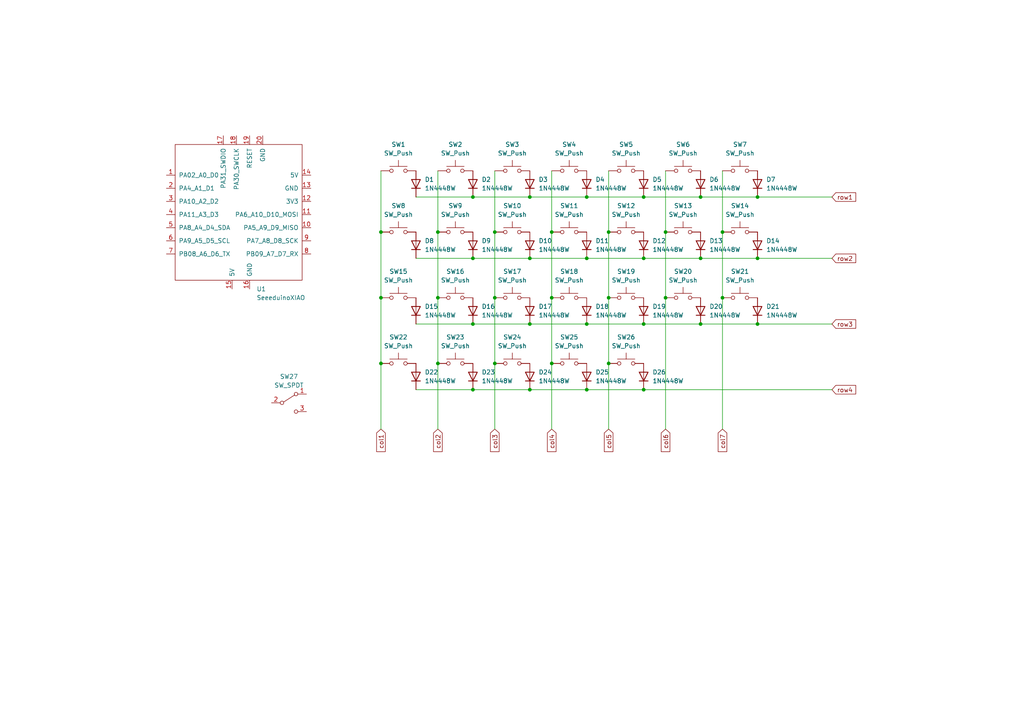
<source format=kicad_sch>
(kicad_sch (version 20211123) (generator eeschema)
  (paper "A4")
  (lib_symbols
    (symbol "Diode:1N4448W" (pin_numbers hide) (pin_names (offset 1.016) hide)
      (property "Reference" "D" (at 0 2.54 0))
      (property "Value" "1N4448W" (at 0 -2.54 0))
      (symbol "1N4448W_0_1"
        (polyline (pts (xy -1.27 1.27) (xy -1.27 -1.27)) (stroke (width 0.254)))
        (polyline (pts (xy 1.27 0) (xy -1.27 0)))
        (polyline (pts (xy 1.27 1.27) (xy 1.27 -1.27) (xy -1.27 0) (xy 1.27 1.27)) (stroke (width 0.254)))
      )
      (symbol "1N4448W_1_1"
        (pin passive line (at -3.81 0 0) (length 2.54) (name "K") (number "1"))
        (pin passive line (at 3.81 0 180) (length 2.54) (name "A") (number "2"))
      )
    )
    (symbol "Seeeduino XIAO:SeeeduinoXIAO" (pin_names (offset 1.016))
      (property "Reference" "U" (at -19.05 22.86 0))
      (property "Value" "SeeeduinoXIAO" (at -12.7 21.59 0))
      (symbol "SeeeduinoXIAO_0_1"
        (rectangle (start -19.05 20.32) (end 17.78 -19.05))
      )
      (symbol "SeeeduinoXIAO_1_1"
        (pin unspecified line (at -21.59 11.43 0) (length 2.54) (name "PA02_A0_D0") (number "1"))
        (pin unspecified line (at 20.32 -3.81 180) (length 2.54) (name "PA5_A9_D9_MISO") (number "10"))
        (pin unspecified line (at 20.32 0 180) (length 2.54) (name "PA6_A10_D10_MOSI") (number "11"))
        (pin unspecified line (at 20.32 3.81 180) (length 2.54) (name "3V3") (number "12"))
        (pin unspecified line (at 20.32 7.62 180) (length 2.54) (name "GND") (number "13"))
        (pin unspecified line (at 20.32 11.43 180) (length 2.54) (name "5V") (number "14"))
        (pin input line (at -2.54 -21.59 90) (length 2.54) (name "5V") (number "15"))
        (pin input line (at 2.54 -21.59 90) (length 2.54) (name "GND") (number "16"))
        (pin input line (at -5.08 22.86 270) (length 2.54) (name "PA31_SWDIO") (number "17"))
        (pin input line (at -1.27 22.86 270) (length 2.54) (name "PA30_SWCLK") (number "18"))
        (pin input line (at 2.54 22.86 270) (length 2.54) (name "RESET") (number "19"))
        (pin unspecified line (at -21.59 7.62 0) (length 2.54) (name "PA4_A1_D1") (number "2"))
        (pin input line (at 6.35 22.86 270) (length 2.54) (name "GND") (number "20"))
        (pin unspecified line (at -21.59 3.81 0) (length 2.54) (name "PA10_A2_D2") (number "3"))
        (pin unspecified line (at -21.59 0 0) (length 2.54) (name "PA11_A3_D3") (number "4"))
        (pin unspecified line (at -21.59 -3.81 0) (length 2.54) (name "PA8_A4_D4_SDA") (number "5"))
        (pin unspecified line (at -21.59 -7.62 0) (length 2.54) (name "PA9_A5_D5_SCL") (number "6"))
        (pin unspecified line (at -21.59 -11.43 0) (length 2.54) (name "PB08_A6_D6_TX") (number "7"))
        (pin unspecified line (at 20.32 -11.43 180) (length 2.54) (name "PB09_A7_D7_RX") (number "8"))
        (pin unspecified line (at 20.32 -7.62 180) (length 2.54) (name "PA7_A8_D8_SCK") (number "9"))
      )
    )
    (symbol "Switch:SW_Push" (pin_numbers hide) (pin_names (offset 1.016) hide)
      (property "Reference" "SW" (at 1.27 2.54 0))
      (property "Value" "SW_Push" (at 0 -1.524 0))
      (symbol "SW_Push_0_1"
        (circle (center -2.032 0) (radius 0.508))
        (polyline (pts (xy 0 1.27) (xy 0 3.048)))
        (polyline (pts (xy 2.54 1.27) (xy -2.54 1.27)))
        (circle (center 2.032 0) (radius 0.508))
        (pin passive line (at -5.08 0 0) (length 2.54) (name "1") (number "1"))
        (pin passive line (at 5.08 0 180) (length 2.54) (name "2") (number "2"))
      )
    )
    (symbol "Switch:SW_SPDT" (pin_names (offset 0) hide)
      (property "Reference" "SW" (at 0 4.318 0))
      (property "Value" "SW_SPDT" (at 0 -5.08 0))
      (symbol "SW_SPDT_0_0"
        (circle (center -2.032 0) (radius 0.508))
        (circle (center 2.032 -2.54) (radius 0.508))
      )
      (symbol "SW_SPDT_0_1"
        (polyline (pts (xy -1.524 0.254) (xy 1.651 2.286)))
        (circle (center 2.032 2.54) (radius 0.508))
      )
      (symbol "SW_SPDT_1_1"
        (pin passive line (at 5.08 2.54 180) (length 2.54) (name "A") (number "1"))
        (pin passive line (at -5.08 0 0) (length 2.54) (name "B") (number "2"))
        (pin passive line (at 5.08 -2.54 180) (length 2.54) (name "C") (number "3"))
      )
    )
  )
  (junction (at 110.49 67.31))
  (junction (at 143.51 67.31))
  (junction (at 209.55 67.31))
  (junction (at 176.53 86.36))
  (junction (at 186.69 74.93))
  (junction (at 209.55 86.36))
  (junction (at 110.49 86.36))
  (junction (at 219.71 93.98))
  (junction (at 203.2 57.15))
  (junction (at 160.02 67.31))
  (junction (at 160.02 105.41))
  (junction (at 176.53 105.41))
  (junction (at 193.04 86.36))
  (junction (at 186.69 93.98))
  (junction (at 186.69 113.03))
  (junction (at 170.18 93.98))
  (junction (at 137.16 74.93))
  (junction (at 153.67 57.15))
  (junction (at 203.2 93.98))
  (junction (at 160.02 86.36))
  (junction (at 137.16 113.03))
  (junction (at 176.53 67.31))
  (junction (at 203.2 74.93))
  (junction (at 170.18 113.03))
  (junction (at 170.18 74.93))
  (junction (at 153.67 113.03))
  (junction (at 143.51 86.36))
  (junction (at 153.67 74.93))
  (junction (at 143.51 105.41))
  (junction (at 219.71 57.15))
  (junction (at 127 105.41))
  (junction (at 193.04 67.31))
  (junction (at 170.18 57.15))
  (junction (at 137.16 57.15))
  (junction (at 219.71 74.93))
  (junction (at 153.67 93.98))
  (junction (at 186.69 57.15))
  (junction (at 127 67.31))
  (junction (at 127 86.36))
  (junction (at 137.16 93.98))
  (junction (at 110.49 105.41))
  (wire (pts (xy 153.67 113.03) (xy 170.18 113.03)))
  (wire (pts (xy 127 86.36) (xy 127 105.41)))
  (wire (pts (xy 110.49 67.31) (xy 110.49 86.36)))
  (wire (pts (xy 209.55 49.53) (xy 209.55 67.31)))
  (wire (pts (xy 127 49.53) (xy 127 67.31)))
  (wire (pts (xy 186.69 74.93) (xy 203.2 74.93)))
  (wire (pts (xy 170.18 113.03) (xy 186.69 113.03)))
  (wire (pts (xy 219.71 74.93) (xy 241.3 74.93)))
  (wire (pts (xy 120.65 93.98) (xy 137.16 93.98)))
  (wire (pts (xy 137.16 57.15) (xy 153.67 57.15)))
  (wire (pts (xy 120.65 57.15) (xy 137.16 57.15)))
  (wire (pts (xy 186.69 93.98) (xy 203.2 93.98)))
  (wire (pts (xy 137.16 74.93) (xy 153.67 74.93)))
  (wire (pts (xy 193.04 49.53) (xy 193.04 67.31)))
  (wire (pts (xy 160.02 67.31) (xy 160.02 86.36)))
  (wire (pts (xy 203.2 57.15) (xy 219.71 57.15)))
  (wire (pts (xy 176.53 49.53) (xy 176.53 67.31)))
  (wire (pts (xy 176.53 67.31) (xy 176.53 86.36)))
  (wire (pts (xy 209.55 86.36) (xy 209.55 124.46)))
  (wire (pts (xy 143.51 49.53) (xy 143.51 67.31)))
  (wire (pts (xy 160.02 49.53) (xy 160.02 67.31)))
  (wire (pts (xy 186.69 113.03) (xy 241.3 113.03)))
  (wire (pts (xy 137.16 113.03) (xy 153.67 113.03)))
  (wire (pts (xy 170.18 57.15) (xy 186.69 57.15)))
  (wire (pts (xy 110.49 49.53) (xy 110.49 67.31)))
  (wire (pts (xy 143.51 86.36) (xy 143.51 105.41)))
  (wire (pts (xy 219.71 57.15) (xy 241.3 57.15)))
  (wire (pts (xy 219.71 93.98) (xy 241.3 93.98)))
  (wire (pts (xy 193.04 67.31) (xy 193.04 86.36)))
  (wire (pts (xy 110.49 86.36) (xy 110.49 105.41)))
  (wire (pts (xy 127 67.31) (xy 127 86.36)))
  (wire (pts (xy 143.51 67.31) (xy 143.51 86.36)))
  (wire (pts (xy 143.51 105.41) (xy 143.51 124.46)))
  (wire (pts (xy 153.67 74.93) (xy 170.18 74.93)))
  (wire (pts (xy 170.18 93.98) (xy 186.69 93.98)))
  (wire (pts (xy 160.02 105.41) (xy 160.02 124.46)))
  (wire (pts (xy 176.53 105.41) (xy 176.53 124.46)))
  (wire (pts (xy 137.16 93.98) (xy 153.67 93.98)))
  (wire (pts (xy 209.55 67.31) (xy 209.55 86.36)))
  (wire (pts (xy 203.2 93.98) (xy 219.71 93.98)))
  (wire (pts (xy 120.65 74.93) (xy 137.16 74.93)))
  (wire (pts (xy 160.02 86.36) (xy 160.02 105.41)))
  (wire (pts (xy 203.2 74.93) (xy 219.71 74.93)))
  (wire (pts (xy 110.49 105.41) (xy 110.49 124.46)))
  (wire (pts (xy 153.67 57.15) (xy 170.18 57.15)))
  (wire (pts (xy 153.67 93.98) (xy 170.18 93.98)))
  (wire (pts (xy 176.53 86.36) (xy 176.53 105.41)))
  (wire (pts (xy 186.69 57.15) (xy 203.2 57.15)))
  (wire (pts (xy 127 105.41) (xy 127 124.46)))
  (wire (pts (xy 120.65 113.03) (xy 137.16 113.03)))
  (wire (pts (xy 193.04 86.36) (xy 193.04 124.46)))
  (wire (pts (xy 170.18 74.93) (xy 186.69 74.93)))
  (global_label "row3" (shape input) (at 241.3 93.98 0) (property "Intersheet References" "${INTERSHEET_REFS}" (effects hide)))
  (global_label "col3" (shape input) (at 143.51 124.46 270) (property "Intersheet References" "${INTERSHEET_REFS}" (effects hide)))
  (global_label "col7" (shape input) (at 209.55 124.46 270) (property "Intersheet References" "${INTERSHEET_REFS}" (effects hide)))
  (global_label "col1" (shape input) (at 110.49 124.46 270) (property "Intersheet References" "${INTERSHEET_REFS}" (effects hide)))
  (global_label "row2" (shape input) (at 241.3 74.93 0) (property "Intersheet References" "${INTERSHEET_REFS}" (effects hide)))
  (global_label "col2" (shape input) (at 127 124.46 270) (property "Intersheet References" "${INTERSHEET_REFS}" (effects hide)))
  (global_label "col4" (shape input) (at 160.02 124.46 270) (property "Intersheet References" "${INTERSHEET_REFS}" (effects hide)))
  (global_label "col6" (shape input) (at 193.04 124.46 270) (property "Intersheet References" "${INTERSHEET_REFS}" (effects hide)))
  (global_label "row1" (shape input) (at 241.3 57.15 0) (property "Intersheet References" "${INTERSHEET_REFS}" (effects hide)))
  (global_label "col5" (shape input) (at 176.53 124.46 270) (property "Intersheet References" "${INTERSHEET_REFS}" (effects hide)))
  (global_label "row4" (shape input) (at 241.3 113.03 0) (property "Intersheet References" "${INTERSHEET_REFS}" (effects hide)))
  (symbol (lib_id "Switch:SW_Push") (at 148.59 49.53 0) (unit 1)
    (property "Reference" "SW3" (at 148.59 41.91 0))
    (property "Value" "SW_Push" (at 148.59 44.45 0))
    (property "Footprint" "Button_Switch_THT:SW_PUSH_6mm_H4.3mm" (effects hide))
  )
  (symbol (lib_id "Diode:1N4448W") (at 120.65 71.12 90) (unit 1)
    (property "Reference" "D8" (at 123.19 69.8499 90) (effects (justify right)))
    (property "Value" "1N4448W" (at 123.19 72.3899 90) (effects (justify right)))
    (property "Footprint" "Diode_SMD:D_SOD-123" (effects hide))
    (property "Datasheet" "https://www.vishay.com/docs/85722/1n4448w.pdf" (effects hide))
  )
  (symbol (lib_id "Diode:1N4448W") (at 137.16 53.34 90) (unit 1)
    (property "Reference" "D2" (at 139.7 52.0699 90) (effects (justify right)))
    (property "Value" "1N4448W" (at 139.7 54.6099 90) (effects (justify right)))
    (property "Footprint" "Diode_SMD:D_SOD-123" (effects hide))
    (property "Datasheet" "https://www.vishay.com/docs/85722/1n4448w.pdf" (effects hide))
  )
  (symbol (lib_id "Diode:1N4448W") (at 137.16 109.22 90) (unit 1)
    (property "Reference" "D23" (at 139.7 107.9499 90) (effects (justify right)))
    (property "Value" "1N4448W" (at 139.7 110.4899 90) (effects (justify right)))
    (property "Footprint" "Diode_SMD:D_SOD-123" (effects hide))
    (property "Datasheet" "https://www.vishay.com/docs/85722/1n4448w.pdf" (effects hide))
  )
  (symbol (lib_id "Diode:1N4448W") (at 203.2 71.12 90) (unit 1)
    (property "Reference" "D13" (at 205.74 69.8499 90) (effects (justify right)))
    (property "Value" "1N4448W" (at 205.74 72.3899 90) (effects (justify right)))
    (property "Footprint" "Diode_SMD:D_SOD-123" (effects hide))
    (property "Datasheet" "https://www.vishay.com/docs/85722/1n4448w.pdf" (effects hide))
  )
  (symbol (lib_id "Switch:SW_Push") (at 148.59 105.41 0) (unit 1)
    (property "Reference" "SW24" (at 148.59 97.79 0))
    (property "Value" "SW_Push" (at 148.59 100.33 0))
    (property "Footprint" "BOB_Pretty_Master_MOFO_UWU:Kailh_socket_PG1350_optional" (effects hide))
  )
  (symbol (lib_id "Diode:1N4448W") (at 153.67 109.22 90) (unit 1)
    (property "Reference" "D24" (at 156.21 107.9499 90) (effects (justify right)))
    (property "Value" "1N4448W" (at 156.21 110.4899 90) (effects (justify right)))
    (property "Footprint" "Diode_SMD:D_SOD-123" (effects hide))
    (property "Datasheet" "https://www.vishay.com/docs/85722/1n4448w.pdf" (effects hide))
  )
  (symbol (lib_id "Diode:1N4448W") (at 186.69 71.12 90) (unit 1)
    (property "Reference" "D12" (at 189.23 69.8499 90) (effects (justify right)))
    (property "Value" "1N4448W" (at 189.23 72.3899 90) (effects (justify right)))
    (property "Footprint" "Diode_SMD:D_SOD-123" (effects hide))
    (property "Datasheet" "https://www.vishay.com/docs/85722/1n4448w.pdf" (effects hide))
  )
  (symbol (lib_id "Switch:SW_Push") (at 165.1 86.36 0) (unit 1)
    (property "Reference" "SW18" (at 165.1 78.74 0))
    (property "Value" "SW_Push" (at 165.1 81.28 0))
    (property "Footprint" "BOB_Pretty_Master_MOFO_UWU:Kailh_socket_PG1350_optional" (effects hide))
  )
  (symbol (lib_id "Switch:SW_Push") (at 198.12 67.31 0) (unit 1)
    (property "Reference" "SW13" (at 198.12 59.69 0))
    (property "Value" "SW_Push" (at 198.12 62.23 0))
    (property "Footprint" "BOB_Pretty_Master_MOFO_UWU:Kailh_socket_PG1350_optional" (effects hide))
  )
  (symbol (lib_id "Diode:1N4448W") (at 137.16 71.12 90) (unit 1)
    (property "Reference" "D9" (at 139.7 69.8499 90) (effects (justify right)))
    (property "Value" "1N4448W" (at 139.7 72.3899 90) (effects (justify right)))
    (property "Footprint" "Diode_SMD:D_SOD-123" (effects hide))
    (property "Datasheet" "https://www.vishay.com/docs/85722/1n4448w.pdf" (effects hide))
  )
  (symbol (lib_id "Diode:1N4448W") (at 137.16 90.17 90) (unit 1)
    (property "Reference" "D16" (at 139.7 88.8999 90) (effects (justify right)))
    (property "Value" "1N4448W" (at 139.7 91.4399 90) (effects (justify right)))
    (property "Footprint" "Diode_SMD:D_SOD-123" (effects hide))
    (property "Datasheet" "https://www.vishay.com/docs/85722/1n4448w.pdf" (effects hide))
  )
  (symbol (lib_id "Diode:1N4448W") (at 120.65 109.22 90) (unit 1)
    (property "Reference" "D22" (at 123.19 107.9499 90) (effects (justify right)))
    (property "Value" "1N4448W" (at 123.19 110.4899 90) (effects (justify right)))
    (property "Footprint" "Diode_SMD:D_SOD-123" (effects hide))
    (property "Datasheet" "https://www.vishay.com/docs/85722/1n4448w.pdf" (effects hide))
  )
  (symbol (lib_id "Diode:1N4448W") (at 186.69 90.17 90) (unit 1)
    (property "Reference" "D19" (at 189.23 88.8999 90) (effects (justify right)))
    (property "Value" "1N4448W" (at 189.23 91.4399 90) (effects (justify right)))
    (property "Footprint" "Diode_SMD:D_SOD-123" (effects hide))
    (property "Datasheet" "https://www.vishay.com/docs/85722/1n4448w.pdf" (effects hide))
  )
  (symbol (lib_id "Diode:1N4448W") (at 219.71 53.34 90) (unit 1)
    (property "Reference" "D7" (at 222.25 52.0699 90) (effects (justify right)))
    (property "Value" "1N4448W" (at 222.25 54.6099 90) (effects (justify right)))
    (property "Footprint" "Diode_SMD:D_SOD-123" (effects hide))
    (property "Datasheet" "https://www.vishay.com/docs/85722/1n4448w.pdf" (effects hide))
  )
  (symbol (lib_id "Diode:1N4448W") (at 186.69 53.34 90) (unit 1)
    (property "Reference" "D5" (at 189.23 52.0699 90) (effects (justify right)))
    (property "Value" "1N4448W" (at 189.23 54.6099 90) (effects (justify right)))
    (property "Footprint" "Diode_SMD:D_SOD-123" (effects hide))
    (property "Datasheet" "https://www.vishay.com/docs/85722/1n4448w.pdf" (effects hide))
  )
  (symbol (lib_id "Switch:SW_Push") (at 214.63 86.36 0) (unit 1)
    (property "Reference" "SW21" (at 214.63 78.74 0))
    (property "Value" "SW_Push" (at 214.63 81.28 0))
    (property "Footprint" "BOB_Pretty_Master_MOFO_UWU:Kailh_socket_PG1350_optional" (effects hide))
  )
  (symbol (lib_id "Diode:1N4448W") (at 203.2 90.17 90) (unit 1)
    (property "Reference" "D20" (at 205.74 88.8999 90) (effects (justify right)))
    (property "Value" "1N4448W" (at 205.74 91.4399 90) (effects (justify right)))
    (property "Footprint" "Diode_SMD:D_SOD-123" (effects hide))
    (property "Datasheet" "https://www.vishay.com/docs/85722/1n4448w.pdf" (effects hide))
  )
  (symbol (lib_id "Switch:SW_Push") (at 115.57 86.36 0) (unit 1)
    (property "Reference" "SW15" (at 115.57 78.74 0))
    (property "Value" "SW_Push" (at 115.57 81.28 0))
    (property "Footprint" "BOB_Pretty_Master_MOFO_UWU:Kailh_socket_PG1350_optional" (effects hide))
  )
  (symbol (lib_id "Switch:SW_SPDT") (at 83.82 116.84 0) (unit 1)
    (property "Reference" "SW27" (at 83.82 109.22 0))
    (property "Value" "SW_SPDT" (at 83.82 111.76 0))
    (property "Footprint" "Button_Switch_SMD:SW_SPDT_PCM12" (effects hide))
  )
  (symbol (lib_id "Diode:1N4448W") (at 170.18 71.12 90) (unit 1)
    (property "Reference" "D11" (at 172.72 69.8499 90) (effects (justify right)))
    (property "Value" "1N4448W" (at 172.72 72.3899 90) (effects (justify right)))
    (property "Footprint" "Diode_SMD:D_SOD-123" (effects hide))
    (property "Datasheet" "https://www.vishay.com/docs/85722/1n4448w.pdf" (effects hide))
  )
  (symbol (lib_id "Switch:SW_Push") (at 214.63 49.53 0) (unit 1)
    (property "Reference" "SW7" (at 214.63 41.91 0))
    (property "Value" "SW_Push" (at 214.63 44.45 0))
    (property "Footprint" "BOB_Pretty_Master_MOFO_UWU:Kailh_socket_PG1350_optional" (effects hide))
  )
  (symbol (lib_id "Switch:SW_Push") (at 132.08 67.31 0) (unit 1)
    (property "Reference" "SW9" (at 132.08 59.69 0))
    (property "Value" "SW_Push" (at 132.08 62.23 0))
    (property "Footprint" "BOB_Pretty_Master_MOFO_UWU:Kailh_socket_PG1350_optional" (effects hide))
  )
  (symbol (lib_id "Diode:1N4448W") (at 153.67 71.12 90) (unit 1)
    (property "Reference" "D10" (at 156.21 69.8499 90) (effects (justify right)))
    (property "Value" "1N4448W" (at 156.21 72.3899 90) (effects (justify right)))
    (property "Footprint" "Diode_SMD:D_SOD-123" (effects hide))
    (property "Datasheet" "https://www.vishay.com/docs/85722/1n4448w.pdf" (effects hide))
  )
  (symbol (lib_id "Switch:SW_Push") (at 148.59 67.31 0) (unit 1)
    (property "Reference" "SW10" (at 148.59 59.69 0))
    (property "Value" "SW_Push" (at 148.59 62.23 0))
    (property "Footprint" "BOB_Pretty_Master_MOFO_UWU:Kailh_socket_PG1350_optional" (effects hide))
  )
  (symbol (lib_id "Diode:1N4448W") (at 120.65 53.34 90) (unit 1)
    (property "Reference" "D1" (at 123.19 52.0699 90) (effects (justify right)))
    (property "Value" "1N4448W" (at 123.19 54.6099 90) (effects (justify right)))
    (property "Footprint" "Diode_SMD:D_SOD-123" (effects hide))
    (property "Datasheet" "https://www.vishay.com/docs/85722/1n4448w.pdf" (effects hide))
  )
  (symbol (lib_id "Switch:SW_Push") (at 132.08 49.53 0) (unit 1)
    (property "Reference" "SW2" (at 132.08 41.91 0))
    (property "Value" "SW_Push" (at 132.08 44.45 0))
    (property "Footprint" "Button_Switch_THT:SW_PUSH_6mm_H4.3mm" (effects hide))
  )
  (symbol (lib_id "Diode:1N4448W") (at 120.65 90.17 90) (unit 1)
    (property "Reference" "D15" (at 123.19 88.8999 90) (effects (justify right)))
    (property "Value" "1N4448W" (at 123.19 91.4399 90) (effects (justify right)))
    (property "Footprint" "Diode_SMD:D_SOD-123" (effects hide))
    (property "Datasheet" "https://www.vishay.com/docs/85722/1n4448w.pdf" (effects hide))
  )
  (symbol (lib_id "Switch:SW_Push") (at 132.08 105.41 0) (unit 1)
    (property "Reference" "SW23" (at 132.08 97.79 0))
    (property "Value" "SW_Push" (at 132.08 100.33 0))
    (property "Footprint" "BOB_Pretty_Master_MOFO_UWU:Kailh_socket_PG1350_optional" (effects hide))
  )
  (symbol (lib_id "Diode:1N4448W") (at 219.71 90.17 90) (unit 1)
    (property "Reference" "D21" (at 222.25 88.8999 90) (effects (justify right)))
    (property "Value" "1N4448W" (at 222.25 91.4399 90) (effects (justify right)))
    (property "Footprint" "Diode_SMD:D_SOD-123" (effects hide))
    (property "Datasheet" "https://www.vishay.com/docs/85722/1n4448w.pdf" (effects hide))
  )
  (symbol (lib_id "Switch:SW_Push") (at 165.1 105.41 0) (unit 1)
    (property "Reference" "SW25" (at 165.1 97.79 0))
    (property "Value" "SW_Push" (at 165.1 100.33 0))
    (property "Footprint" "BOB_Pretty_Master_MOFO_UWU:Kailh_socket_PG1350_optional" (effects hide))
  )
  (symbol (lib_id "Switch:SW_Push") (at 115.57 105.41 0) (unit 1)
    (property "Reference" "SW22" (at 115.57 97.79 0))
    (property "Value" "SW_Push" (at 115.57 100.33 0))
    (property "Footprint" "BOB_Pretty_Master_MOFO_UWU:Kailh_socket_PG1350_optional" (effects hide))
  )
  (symbol (lib_id "Switch:SW_Push") (at 148.59 86.36 0) (unit 1)
    (property "Reference" "SW17" (at 148.59 78.74 0))
    (property "Value" "SW_Push" (at 148.59 81.28 0))
    (property "Footprint" "BOB_Pretty_Master_MOFO_UWU:Kailh_socket_PG1350_optional" (effects hide))
  )
  (symbol (lib_id "Diode:1N4448W") (at 203.2 53.34 90) (unit 1)
    (property "Reference" "D6" (at 205.74 52.0699 90) (effects (justify right)))
    (property "Value" "1N4448W" (at 205.74 54.6099 90) (effects (justify right)))
    (property "Footprint" "Diode_SMD:D_SOD-123" (effects hide))
    (property "Datasheet" "https://www.vishay.com/docs/85722/1n4448w.pdf" (effects hide))
  )
  (symbol (lib_id "Switch:SW_Push") (at 181.61 49.53 0) (unit 1)
    (property "Reference" "SW5" (at 181.61 41.91 0))
    (property "Value" "SW_Push" (at 181.61 44.45 0))
    (property "Footprint" "Button_Switch_THT:SW_PUSH_6mm_H4.3mm" (effects hide))
  )
  (symbol (lib_id "Seeeduino XIAO:SeeeduinoXIAO") (at 69.85 62.23 0) (unit 1)
    (property "Reference" "U1" (at 74.4094 83.82 0) (effects (justify left)))
    (property "Value" "SeeeduinoXIAO" (at 74.4094 86.36 0) (effects (justify left)))
    (property "Footprint" "Seeeduino XIAO KICAD:Seeeduino XIAO-MOUDLE14P-2.54-21X17.8MM" (effects hide))
  )
  (symbol (lib_id "Switch:SW_Push") (at 115.57 49.53 0) (unit 1)
    (property "Reference" "SW1" (at 115.57 41.91 0))
    (property "Value" "SW_Push" (at 115.57 44.45 0))
    (property "Footprint" "Button_Switch_THT:SW_PUSH_6mm_H4.3mm" (effects hide))
  )
  (symbol (lib_id "Switch:SW_Push") (at 115.57 67.31 0) (unit 1)
    (property "Reference" "SW8" (at 115.57 59.69 0))
    (property "Value" "SW_Push" (at 115.57 62.23 0))
    (property "Footprint" "BOB_Pretty_Master_MOFO_UWU:Kailh_socket_PG1350_optional" (effects hide))
  )
  (symbol (lib_id "Switch:SW_Push") (at 214.63 67.31 0) (unit 1)
    (property "Reference" "SW14" (at 214.63 59.69 0))
    (property "Value" "SW_Push" (at 214.63 62.23 0))
    (property "Footprint" "BOB_Pretty_Master_MOFO_UWU:Kailh_socket_PG1350_optional" (effects hide))
  )
  (symbol (lib_id "Switch:SW_Push") (at 181.61 105.41 0) (unit 1)
    (property "Reference" "SW26" (at 181.61 97.79 0))
    (property "Value" "SW_Push" (at 181.61 100.33 0))
    (property "Footprint" "BOB_Pretty_Master_MOFO_UWU:Kailh_socket_PG1350_optional" (effects hide))
  )
  (symbol (lib_id "Diode:1N4448W") (at 170.18 53.34 90) (unit 1)
    (property "Reference" "D4" (at 172.72 52.0699 90) (effects (justify right)))
    (property "Value" "1N4448W" (at 172.72 54.6099 90) (effects (justify right)))
    (property "Footprint" "Diode_SMD:D_SOD-123" (effects hide))
    (property "Datasheet" "https://www.vishay.com/docs/85722/1n4448w.pdf" (effects hide))
  )
  (symbol (lib_id "Switch:SW_Push") (at 198.12 86.36 0) (unit 1)
    (property "Reference" "SW20" (at 198.12 78.74 0))
    (property "Value" "SW_Push" (at 198.12 81.28 0))
    (property "Footprint" "BOB_Pretty_Master_MOFO_UWU:Kailh_socket_PG1350_optional" (effects hide))
  )
  (symbol (lib_id "Diode:1N4448W") (at 153.67 90.17 90) (unit 1)
    (property "Reference" "D17" (at 156.21 88.8999 90) (effects (justify right)))
    (property "Value" "1N4448W" (at 156.21 91.4399 90) (effects (justify right)))
    (property "Footprint" "Diode_SMD:D_SOD-123" (effects hide))
    (property "Datasheet" "https://www.vishay.com/docs/85722/1n4448w.pdf" (effects hide))
  )
  (symbol (lib_id "Diode:1N4448W") (at 219.71 71.12 90) (unit 1)
    (property "Reference" "D14" (at 222.25 69.8499 90) (effects (justify right)))
    (property "Value" "1N4448W" (at 222.25 72.3899 90) (effects (justify right)))
    (property "Footprint" "Diode_SMD:D_SOD-123" (effects hide))
    (property "Datasheet" "https://www.vishay.com/docs/85722/1n4448w.pdf" (effects hide))
  )
  (symbol (lib_id "Switch:SW_Push") (at 165.1 67.31 0) (unit 1)
    (property "Reference" "SW11" (at 165.1 59.69 0))
    (property "Value" "SW_Push" (at 165.1 62.23 0))
    (property "Footprint" "BOB_Pretty_Master_MOFO_UWU:Kailh_socket_PG1350_optional" (effects hide))
  )
  (symbol (lib_id "Switch:SW_Push") (at 165.1 49.53 0) (unit 1)
    (property "Reference" "SW4" (at 165.1 41.91 0))
    (property "Value" "SW_Push" (at 165.1 44.45 0))
    (property "Footprint" "Button_Switch_THT:SW_PUSH_6mm_H4.3mm" (effects hide))
  )
  (symbol (lib_id "Diode:1N4448W") (at 153.67 53.34 90) (unit 1)
    (property "Reference" "D3" (at 156.21 52.0699 90) (effects (justify right)))
    (property "Value" "1N4448W" (at 156.21 54.6099 90) (effects (justify right)))
    (property "Footprint" "Diode_SMD:D_SOD-123" (effects hide))
    (property "Datasheet" "https://www.vishay.com/docs/85722/1n4448w.pdf" (effects hide))
  )
  (symbol (lib_id "Switch:SW_Push") (at 181.61 86.36 0) (unit 1)
    (property "Reference" "SW19" (at 181.61 78.74 0))
    (property "Value" "SW_Push" (at 181.61 81.28 0))
    (property "Footprint" "BOB_Pretty_Master_MOFO_UWU:Kailh_socket_PG1350_optional" (effects hide))
  )
  (symbol (lib_id "Diode:1N4448W") (at 170.18 90.17 90) (unit 1)
    (property "Reference" "D18" (at 172.72 88.8999 90) (effects (justify right)))
    (property "Value" "1N4448W" (at 172.72 91.4399 90) (effects (justify right)))
    (property "Footprint" "Diode_SMD:D_SOD-123" (effects hide))
    (property "Datasheet" "https://www.vishay.com/docs/85722/1n4448w.pdf" (effects hide))
  )
  (symbol (lib_id "Switch:SW_Push") (at 181.61 67.31 0) (unit 1)
    (property "Reference" "SW12" (at 181.61 59.69 0))
    (property "Value" "SW_Push" (at 181.61 62.23 0))
    (property "Footprint" "BOB_Pretty_Master_MOFO_UWU:Kailh_socket_PG1350_optional" (effects hide))
  )
  (symbol (lib_id "Diode:1N4448W") (at 170.18 109.22 90) (unit 1)
    (property "Reference" "D25" (at 172.72 107.9499 90) (effects (justify right)))
    (property "Value" "1N4448W" (at 172.72 110.4899 90) (effects (justify right)))
    (property "Footprint" "Diode_SMD:D_SOD-123" (effects hide))
    (property "Datasheet" "https://www.vishay.com/docs/85722/1n4448w.pdf" (effects hide))
  )
  (symbol (lib_id "Switch:SW_Push") (at 198.12 49.53 0) (unit 1)
    (property "Reference" "SW6" (at 198.12 41.91 0))
    (property "Value" "SW_Push" (at 198.12 44.45 0))
    (property "Footprint" "Button_Switch_THT:SW_PUSH_6mm_H4.3mm" (effects hide))
  )
  (symbol (lib_id "Diode:1N4448W") (at 186.69 109.22 90) (unit 1)
    (property "Reference" "D26" (at 189.23 107.9499 90) (effects (justify right)))
    (property "Value" "1N4448W" (at 189.23 110.4899 90) (effects (justify right)))
    (property "Footprint" "Diode_SMD:D_SOD-123" (effects hide))
    (property "Datasheet" "https://www.vishay.com/docs/85722/1n4448w.pdf" (effects hide))
  )
  (symbol (lib_id "Switch:SW_Push") (at 132.08 86.36 0) (unit 1)
    (property "Reference" "SW16" (at 132.08 78.74 0))
    (property "Value" "SW_Push" (at 132.08 81.28 0))
    (property "Footprint" "BOB_Pretty_Master_MOFO_UWU:Kailh_socket_PG1350_optional" (effects hide))
  )
)
</source>
